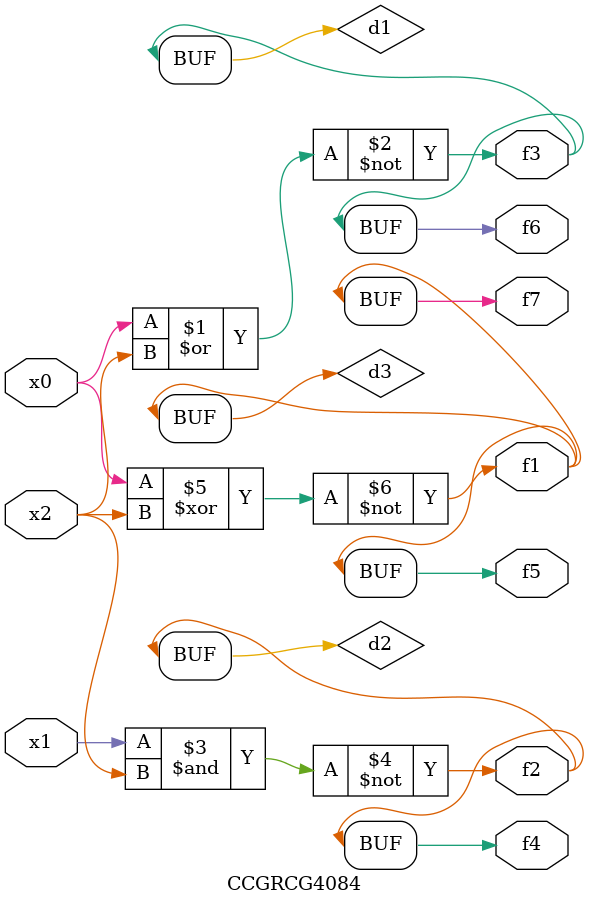
<source format=v>
module CCGRCG4084(
	input x0, x1, x2,
	output f1, f2, f3, f4, f5, f6, f7
);

	wire d1, d2, d3;

	nor (d1, x0, x2);
	nand (d2, x1, x2);
	xnor (d3, x0, x2);
	assign f1 = d3;
	assign f2 = d2;
	assign f3 = d1;
	assign f4 = d2;
	assign f5 = d3;
	assign f6 = d1;
	assign f7 = d3;
endmodule

</source>
